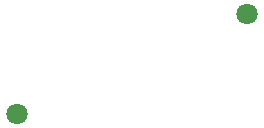
<source format=gbs>
G04 Layer_Color=16711935*
%FSAX24Y24*%
%MOIN*%
G70*
G01*
G75*
%ADD55C,0.0710*%
D55*
X020079Y018307D02*
D03*
X012402Y014961D02*
D03*
M02*

</source>
